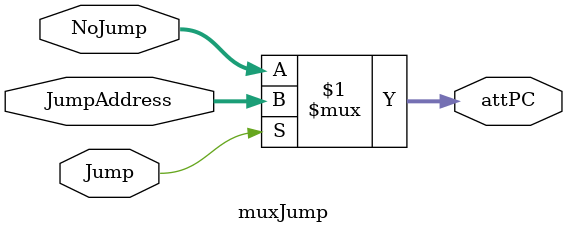
<source format=v>
module muxJump(
    input wire [31:0] JumpAddress,
    input wire [31:0] NoJump,
    input wire Jump,
    output wire [31:0] attPC
);

    assign attPC = Jump ? JumpAddress : NoJump;

endmodule
</source>
